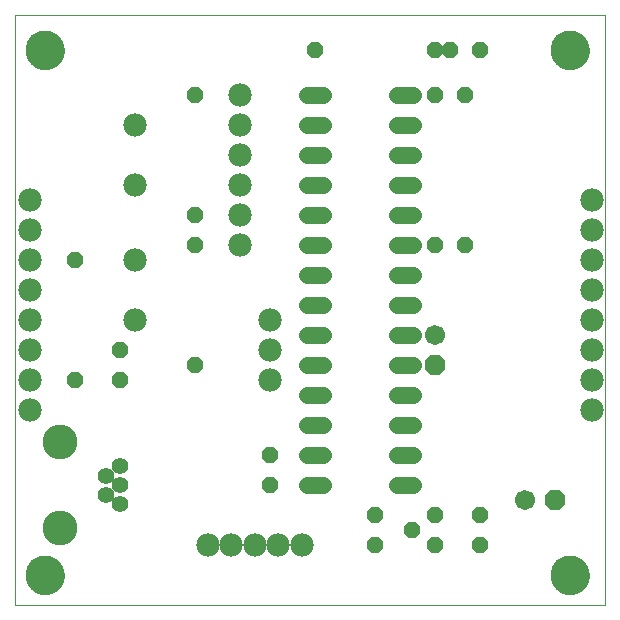
<source format=gbs>
G75*
%MOIN*%
%OFA0B0*%
%FSLAX25Y25*%
%IPPOS*%
%LPD*%
%AMOC8*
5,1,8,0,0,1.08239X$1,22.5*
%
%ADD10C,0.00000*%
%ADD11C,0.12998*%
%ADD12OC8,0.05600*%
%ADD13OC8,0.06700*%
%ADD14C,0.06700*%
%ADD15C,0.05600*%
%ADD16C,0.05550*%
%ADD17C,0.11620*%
%ADD18C,0.07800*%
D10*
X0001800Y0006800D02*
X0001800Y0203650D01*
X0198650Y0203650D01*
X0198650Y0006800D01*
X0001800Y0006800D01*
X0005501Y0016800D02*
X0005503Y0016958D01*
X0005509Y0017116D01*
X0005519Y0017274D01*
X0005533Y0017432D01*
X0005551Y0017589D01*
X0005572Y0017746D01*
X0005598Y0017902D01*
X0005628Y0018058D01*
X0005661Y0018213D01*
X0005699Y0018366D01*
X0005740Y0018519D01*
X0005785Y0018671D01*
X0005834Y0018822D01*
X0005887Y0018971D01*
X0005943Y0019119D01*
X0006003Y0019265D01*
X0006067Y0019410D01*
X0006135Y0019553D01*
X0006206Y0019695D01*
X0006280Y0019835D01*
X0006358Y0019972D01*
X0006440Y0020108D01*
X0006524Y0020242D01*
X0006613Y0020373D01*
X0006704Y0020502D01*
X0006799Y0020629D01*
X0006896Y0020754D01*
X0006997Y0020876D01*
X0007101Y0020995D01*
X0007208Y0021112D01*
X0007318Y0021226D01*
X0007431Y0021337D01*
X0007546Y0021446D01*
X0007664Y0021551D01*
X0007785Y0021653D01*
X0007908Y0021753D01*
X0008034Y0021849D01*
X0008162Y0021942D01*
X0008292Y0022032D01*
X0008425Y0022118D01*
X0008560Y0022202D01*
X0008696Y0022281D01*
X0008835Y0022358D01*
X0008976Y0022430D01*
X0009118Y0022500D01*
X0009262Y0022565D01*
X0009408Y0022627D01*
X0009555Y0022685D01*
X0009704Y0022740D01*
X0009854Y0022791D01*
X0010005Y0022838D01*
X0010157Y0022881D01*
X0010310Y0022920D01*
X0010465Y0022956D01*
X0010620Y0022987D01*
X0010776Y0023015D01*
X0010932Y0023039D01*
X0011089Y0023059D01*
X0011247Y0023075D01*
X0011404Y0023087D01*
X0011563Y0023095D01*
X0011721Y0023099D01*
X0011879Y0023099D01*
X0012037Y0023095D01*
X0012196Y0023087D01*
X0012353Y0023075D01*
X0012511Y0023059D01*
X0012668Y0023039D01*
X0012824Y0023015D01*
X0012980Y0022987D01*
X0013135Y0022956D01*
X0013290Y0022920D01*
X0013443Y0022881D01*
X0013595Y0022838D01*
X0013746Y0022791D01*
X0013896Y0022740D01*
X0014045Y0022685D01*
X0014192Y0022627D01*
X0014338Y0022565D01*
X0014482Y0022500D01*
X0014624Y0022430D01*
X0014765Y0022358D01*
X0014904Y0022281D01*
X0015040Y0022202D01*
X0015175Y0022118D01*
X0015308Y0022032D01*
X0015438Y0021942D01*
X0015566Y0021849D01*
X0015692Y0021753D01*
X0015815Y0021653D01*
X0015936Y0021551D01*
X0016054Y0021446D01*
X0016169Y0021337D01*
X0016282Y0021226D01*
X0016392Y0021112D01*
X0016499Y0020995D01*
X0016603Y0020876D01*
X0016704Y0020754D01*
X0016801Y0020629D01*
X0016896Y0020502D01*
X0016987Y0020373D01*
X0017076Y0020242D01*
X0017160Y0020108D01*
X0017242Y0019972D01*
X0017320Y0019835D01*
X0017394Y0019695D01*
X0017465Y0019553D01*
X0017533Y0019410D01*
X0017597Y0019265D01*
X0017657Y0019119D01*
X0017713Y0018971D01*
X0017766Y0018822D01*
X0017815Y0018671D01*
X0017860Y0018519D01*
X0017901Y0018366D01*
X0017939Y0018213D01*
X0017972Y0018058D01*
X0018002Y0017902D01*
X0018028Y0017746D01*
X0018049Y0017589D01*
X0018067Y0017432D01*
X0018081Y0017274D01*
X0018091Y0017116D01*
X0018097Y0016958D01*
X0018099Y0016800D01*
X0018097Y0016642D01*
X0018091Y0016484D01*
X0018081Y0016326D01*
X0018067Y0016168D01*
X0018049Y0016011D01*
X0018028Y0015854D01*
X0018002Y0015698D01*
X0017972Y0015542D01*
X0017939Y0015387D01*
X0017901Y0015234D01*
X0017860Y0015081D01*
X0017815Y0014929D01*
X0017766Y0014778D01*
X0017713Y0014629D01*
X0017657Y0014481D01*
X0017597Y0014335D01*
X0017533Y0014190D01*
X0017465Y0014047D01*
X0017394Y0013905D01*
X0017320Y0013765D01*
X0017242Y0013628D01*
X0017160Y0013492D01*
X0017076Y0013358D01*
X0016987Y0013227D01*
X0016896Y0013098D01*
X0016801Y0012971D01*
X0016704Y0012846D01*
X0016603Y0012724D01*
X0016499Y0012605D01*
X0016392Y0012488D01*
X0016282Y0012374D01*
X0016169Y0012263D01*
X0016054Y0012154D01*
X0015936Y0012049D01*
X0015815Y0011947D01*
X0015692Y0011847D01*
X0015566Y0011751D01*
X0015438Y0011658D01*
X0015308Y0011568D01*
X0015175Y0011482D01*
X0015040Y0011398D01*
X0014904Y0011319D01*
X0014765Y0011242D01*
X0014624Y0011170D01*
X0014482Y0011100D01*
X0014338Y0011035D01*
X0014192Y0010973D01*
X0014045Y0010915D01*
X0013896Y0010860D01*
X0013746Y0010809D01*
X0013595Y0010762D01*
X0013443Y0010719D01*
X0013290Y0010680D01*
X0013135Y0010644D01*
X0012980Y0010613D01*
X0012824Y0010585D01*
X0012668Y0010561D01*
X0012511Y0010541D01*
X0012353Y0010525D01*
X0012196Y0010513D01*
X0012037Y0010505D01*
X0011879Y0010501D01*
X0011721Y0010501D01*
X0011563Y0010505D01*
X0011404Y0010513D01*
X0011247Y0010525D01*
X0011089Y0010541D01*
X0010932Y0010561D01*
X0010776Y0010585D01*
X0010620Y0010613D01*
X0010465Y0010644D01*
X0010310Y0010680D01*
X0010157Y0010719D01*
X0010005Y0010762D01*
X0009854Y0010809D01*
X0009704Y0010860D01*
X0009555Y0010915D01*
X0009408Y0010973D01*
X0009262Y0011035D01*
X0009118Y0011100D01*
X0008976Y0011170D01*
X0008835Y0011242D01*
X0008696Y0011319D01*
X0008560Y0011398D01*
X0008425Y0011482D01*
X0008292Y0011568D01*
X0008162Y0011658D01*
X0008034Y0011751D01*
X0007908Y0011847D01*
X0007785Y0011947D01*
X0007664Y0012049D01*
X0007546Y0012154D01*
X0007431Y0012263D01*
X0007318Y0012374D01*
X0007208Y0012488D01*
X0007101Y0012605D01*
X0006997Y0012724D01*
X0006896Y0012846D01*
X0006799Y0012971D01*
X0006704Y0013098D01*
X0006613Y0013227D01*
X0006524Y0013358D01*
X0006440Y0013492D01*
X0006358Y0013628D01*
X0006280Y0013765D01*
X0006206Y0013905D01*
X0006135Y0014047D01*
X0006067Y0014190D01*
X0006003Y0014335D01*
X0005943Y0014481D01*
X0005887Y0014629D01*
X0005834Y0014778D01*
X0005785Y0014929D01*
X0005740Y0015081D01*
X0005699Y0015234D01*
X0005661Y0015387D01*
X0005628Y0015542D01*
X0005598Y0015698D01*
X0005572Y0015854D01*
X0005551Y0016011D01*
X0005533Y0016168D01*
X0005519Y0016326D01*
X0005509Y0016484D01*
X0005503Y0016642D01*
X0005501Y0016800D01*
X0005501Y0191800D02*
X0005503Y0191958D01*
X0005509Y0192116D01*
X0005519Y0192274D01*
X0005533Y0192432D01*
X0005551Y0192589D01*
X0005572Y0192746D01*
X0005598Y0192902D01*
X0005628Y0193058D01*
X0005661Y0193213D01*
X0005699Y0193366D01*
X0005740Y0193519D01*
X0005785Y0193671D01*
X0005834Y0193822D01*
X0005887Y0193971D01*
X0005943Y0194119D01*
X0006003Y0194265D01*
X0006067Y0194410D01*
X0006135Y0194553D01*
X0006206Y0194695D01*
X0006280Y0194835D01*
X0006358Y0194972D01*
X0006440Y0195108D01*
X0006524Y0195242D01*
X0006613Y0195373D01*
X0006704Y0195502D01*
X0006799Y0195629D01*
X0006896Y0195754D01*
X0006997Y0195876D01*
X0007101Y0195995D01*
X0007208Y0196112D01*
X0007318Y0196226D01*
X0007431Y0196337D01*
X0007546Y0196446D01*
X0007664Y0196551D01*
X0007785Y0196653D01*
X0007908Y0196753D01*
X0008034Y0196849D01*
X0008162Y0196942D01*
X0008292Y0197032D01*
X0008425Y0197118D01*
X0008560Y0197202D01*
X0008696Y0197281D01*
X0008835Y0197358D01*
X0008976Y0197430D01*
X0009118Y0197500D01*
X0009262Y0197565D01*
X0009408Y0197627D01*
X0009555Y0197685D01*
X0009704Y0197740D01*
X0009854Y0197791D01*
X0010005Y0197838D01*
X0010157Y0197881D01*
X0010310Y0197920D01*
X0010465Y0197956D01*
X0010620Y0197987D01*
X0010776Y0198015D01*
X0010932Y0198039D01*
X0011089Y0198059D01*
X0011247Y0198075D01*
X0011404Y0198087D01*
X0011563Y0198095D01*
X0011721Y0198099D01*
X0011879Y0198099D01*
X0012037Y0198095D01*
X0012196Y0198087D01*
X0012353Y0198075D01*
X0012511Y0198059D01*
X0012668Y0198039D01*
X0012824Y0198015D01*
X0012980Y0197987D01*
X0013135Y0197956D01*
X0013290Y0197920D01*
X0013443Y0197881D01*
X0013595Y0197838D01*
X0013746Y0197791D01*
X0013896Y0197740D01*
X0014045Y0197685D01*
X0014192Y0197627D01*
X0014338Y0197565D01*
X0014482Y0197500D01*
X0014624Y0197430D01*
X0014765Y0197358D01*
X0014904Y0197281D01*
X0015040Y0197202D01*
X0015175Y0197118D01*
X0015308Y0197032D01*
X0015438Y0196942D01*
X0015566Y0196849D01*
X0015692Y0196753D01*
X0015815Y0196653D01*
X0015936Y0196551D01*
X0016054Y0196446D01*
X0016169Y0196337D01*
X0016282Y0196226D01*
X0016392Y0196112D01*
X0016499Y0195995D01*
X0016603Y0195876D01*
X0016704Y0195754D01*
X0016801Y0195629D01*
X0016896Y0195502D01*
X0016987Y0195373D01*
X0017076Y0195242D01*
X0017160Y0195108D01*
X0017242Y0194972D01*
X0017320Y0194835D01*
X0017394Y0194695D01*
X0017465Y0194553D01*
X0017533Y0194410D01*
X0017597Y0194265D01*
X0017657Y0194119D01*
X0017713Y0193971D01*
X0017766Y0193822D01*
X0017815Y0193671D01*
X0017860Y0193519D01*
X0017901Y0193366D01*
X0017939Y0193213D01*
X0017972Y0193058D01*
X0018002Y0192902D01*
X0018028Y0192746D01*
X0018049Y0192589D01*
X0018067Y0192432D01*
X0018081Y0192274D01*
X0018091Y0192116D01*
X0018097Y0191958D01*
X0018099Y0191800D01*
X0018097Y0191642D01*
X0018091Y0191484D01*
X0018081Y0191326D01*
X0018067Y0191168D01*
X0018049Y0191011D01*
X0018028Y0190854D01*
X0018002Y0190698D01*
X0017972Y0190542D01*
X0017939Y0190387D01*
X0017901Y0190234D01*
X0017860Y0190081D01*
X0017815Y0189929D01*
X0017766Y0189778D01*
X0017713Y0189629D01*
X0017657Y0189481D01*
X0017597Y0189335D01*
X0017533Y0189190D01*
X0017465Y0189047D01*
X0017394Y0188905D01*
X0017320Y0188765D01*
X0017242Y0188628D01*
X0017160Y0188492D01*
X0017076Y0188358D01*
X0016987Y0188227D01*
X0016896Y0188098D01*
X0016801Y0187971D01*
X0016704Y0187846D01*
X0016603Y0187724D01*
X0016499Y0187605D01*
X0016392Y0187488D01*
X0016282Y0187374D01*
X0016169Y0187263D01*
X0016054Y0187154D01*
X0015936Y0187049D01*
X0015815Y0186947D01*
X0015692Y0186847D01*
X0015566Y0186751D01*
X0015438Y0186658D01*
X0015308Y0186568D01*
X0015175Y0186482D01*
X0015040Y0186398D01*
X0014904Y0186319D01*
X0014765Y0186242D01*
X0014624Y0186170D01*
X0014482Y0186100D01*
X0014338Y0186035D01*
X0014192Y0185973D01*
X0014045Y0185915D01*
X0013896Y0185860D01*
X0013746Y0185809D01*
X0013595Y0185762D01*
X0013443Y0185719D01*
X0013290Y0185680D01*
X0013135Y0185644D01*
X0012980Y0185613D01*
X0012824Y0185585D01*
X0012668Y0185561D01*
X0012511Y0185541D01*
X0012353Y0185525D01*
X0012196Y0185513D01*
X0012037Y0185505D01*
X0011879Y0185501D01*
X0011721Y0185501D01*
X0011563Y0185505D01*
X0011404Y0185513D01*
X0011247Y0185525D01*
X0011089Y0185541D01*
X0010932Y0185561D01*
X0010776Y0185585D01*
X0010620Y0185613D01*
X0010465Y0185644D01*
X0010310Y0185680D01*
X0010157Y0185719D01*
X0010005Y0185762D01*
X0009854Y0185809D01*
X0009704Y0185860D01*
X0009555Y0185915D01*
X0009408Y0185973D01*
X0009262Y0186035D01*
X0009118Y0186100D01*
X0008976Y0186170D01*
X0008835Y0186242D01*
X0008696Y0186319D01*
X0008560Y0186398D01*
X0008425Y0186482D01*
X0008292Y0186568D01*
X0008162Y0186658D01*
X0008034Y0186751D01*
X0007908Y0186847D01*
X0007785Y0186947D01*
X0007664Y0187049D01*
X0007546Y0187154D01*
X0007431Y0187263D01*
X0007318Y0187374D01*
X0007208Y0187488D01*
X0007101Y0187605D01*
X0006997Y0187724D01*
X0006896Y0187846D01*
X0006799Y0187971D01*
X0006704Y0188098D01*
X0006613Y0188227D01*
X0006524Y0188358D01*
X0006440Y0188492D01*
X0006358Y0188628D01*
X0006280Y0188765D01*
X0006206Y0188905D01*
X0006135Y0189047D01*
X0006067Y0189190D01*
X0006003Y0189335D01*
X0005943Y0189481D01*
X0005887Y0189629D01*
X0005834Y0189778D01*
X0005785Y0189929D01*
X0005740Y0190081D01*
X0005699Y0190234D01*
X0005661Y0190387D01*
X0005628Y0190542D01*
X0005598Y0190698D01*
X0005572Y0190854D01*
X0005551Y0191011D01*
X0005533Y0191168D01*
X0005519Y0191326D01*
X0005509Y0191484D01*
X0005503Y0191642D01*
X0005501Y0191800D01*
X0180501Y0191800D02*
X0180503Y0191958D01*
X0180509Y0192116D01*
X0180519Y0192274D01*
X0180533Y0192432D01*
X0180551Y0192589D01*
X0180572Y0192746D01*
X0180598Y0192902D01*
X0180628Y0193058D01*
X0180661Y0193213D01*
X0180699Y0193366D01*
X0180740Y0193519D01*
X0180785Y0193671D01*
X0180834Y0193822D01*
X0180887Y0193971D01*
X0180943Y0194119D01*
X0181003Y0194265D01*
X0181067Y0194410D01*
X0181135Y0194553D01*
X0181206Y0194695D01*
X0181280Y0194835D01*
X0181358Y0194972D01*
X0181440Y0195108D01*
X0181524Y0195242D01*
X0181613Y0195373D01*
X0181704Y0195502D01*
X0181799Y0195629D01*
X0181896Y0195754D01*
X0181997Y0195876D01*
X0182101Y0195995D01*
X0182208Y0196112D01*
X0182318Y0196226D01*
X0182431Y0196337D01*
X0182546Y0196446D01*
X0182664Y0196551D01*
X0182785Y0196653D01*
X0182908Y0196753D01*
X0183034Y0196849D01*
X0183162Y0196942D01*
X0183292Y0197032D01*
X0183425Y0197118D01*
X0183560Y0197202D01*
X0183696Y0197281D01*
X0183835Y0197358D01*
X0183976Y0197430D01*
X0184118Y0197500D01*
X0184262Y0197565D01*
X0184408Y0197627D01*
X0184555Y0197685D01*
X0184704Y0197740D01*
X0184854Y0197791D01*
X0185005Y0197838D01*
X0185157Y0197881D01*
X0185310Y0197920D01*
X0185465Y0197956D01*
X0185620Y0197987D01*
X0185776Y0198015D01*
X0185932Y0198039D01*
X0186089Y0198059D01*
X0186247Y0198075D01*
X0186404Y0198087D01*
X0186563Y0198095D01*
X0186721Y0198099D01*
X0186879Y0198099D01*
X0187037Y0198095D01*
X0187196Y0198087D01*
X0187353Y0198075D01*
X0187511Y0198059D01*
X0187668Y0198039D01*
X0187824Y0198015D01*
X0187980Y0197987D01*
X0188135Y0197956D01*
X0188290Y0197920D01*
X0188443Y0197881D01*
X0188595Y0197838D01*
X0188746Y0197791D01*
X0188896Y0197740D01*
X0189045Y0197685D01*
X0189192Y0197627D01*
X0189338Y0197565D01*
X0189482Y0197500D01*
X0189624Y0197430D01*
X0189765Y0197358D01*
X0189904Y0197281D01*
X0190040Y0197202D01*
X0190175Y0197118D01*
X0190308Y0197032D01*
X0190438Y0196942D01*
X0190566Y0196849D01*
X0190692Y0196753D01*
X0190815Y0196653D01*
X0190936Y0196551D01*
X0191054Y0196446D01*
X0191169Y0196337D01*
X0191282Y0196226D01*
X0191392Y0196112D01*
X0191499Y0195995D01*
X0191603Y0195876D01*
X0191704Y0195754D01*
X0191801Y0195629D01*
X0191896Y0195502D01*
X0191987Y0195373D01*
X0192076Y0195242D01*
X0192160Y0195108D01*
X0192242Y0194972D01*
X0192320Y0194835D01*
X0192394Y0194695D01*
X0192465Y0194553D01*
X0192533Y0194410D01*
X0192597Y0194265D01*
X0192657Y0194119D01*
X0192713Y0193971D01*
X0192766Y0193822D01*
X0192815Y0193671D01*
X0192860Y0193519D01*
X0192901Y0193366D01*
X0192939Y0193213D01*
X0192972Y0193058D01*
X0193002Y0192902D01*
X0193028Y0192746D01*
X0193049Y0192589D01*
X0193067Y0192432D01*
X0193081Y0192274D01*
X0193091Y0192116D01*
X0193097Y0191958D01*
X0193099Y0191800D01*
X0193097Y0191642D01*
X0193091Y0191484D01*
X0193081Y0191326D01*
X0193067Y0191168D01*
X0193049Y0191011D01*
X0193028Y0190854D01*
X0193002Y0190698D01*
X0192972Y0190542D01*
X0192939Y0190387D01*
X0192901Y0190234D01*
X0192860Y0190081D01*
X0192815Y0189929D01*
X0192766Y0189778D01*
X0192713Y0189629D01*
X0192657Y0189481D01*
X0192597Y0189335D01*
X0192533Y0189190D01*
X0192465Y0189047D01*
X0192394Y0188905D01*
X0192320Y0188765D01*
X0192242Y0188628D01*
X0192160Y0188492D01*
X0192076Y0188358D01*
X0191987Y0188227D01*
X0191896Y0188098D01*
X0191801Y0187971D01*
X0191704Y0187846D01*
X0191603Y0187724D01*
X0191499Y0187605D01*
X0191392Y0187488D01*
X0191282Y0187374D01*
X0191169Y0187263D01*
X0191054Y0187154D01*
X0190936Y0187049D01*
X0190815Y0186947D01*
X0190692Y0186847D01*
X0190566Y0186751D01*
X0190438Y0186658D01*
X0190308Y0186568D01*
X0190175Y0186482D01*
X0190040Y0186398D01*
X0189904Y0186319D01*
X0189765Y0186242D01*
X0189624Y0186170D01*
X0189482Y0186100D01*
X0189338Y0186035D01*
X0189192Y0185973D01*
X0189045Y0185915D01*
X0188896Y0185860D01*
X0188746Y0185809D01*
X0188595Y0185762D01*
X0188443Y0185719D01*
X0188290Y0185680D01*
X0188135Y0185644D01*
X0187980Y0185613D01*
X0187824Y0185585D01*
X0187668Y0185561D01*
X0187511Y0185541D01*
X0187353Y0185525D01*
X0187196Y0185513D01*
X0187037Y0185505D01*
X0186879Y0185501D01*
X0186721Y0185501D01*
X0186563Y0185505D01*
X0186404Y0185513D01*
X0186247Y0185525D01*
X0186089Y0185541D01*
X0185932Y0185561D01*
X0185776Y0185585D01*
X0185620Y0185613D01*
X0185465Y0185644D01*
X0185310Y0185680D01*
X0185157Y0185719D01*
X0185005Y0185762D01*
X0184854Y0185809D01*
X0184704Y0185860D01*
X0184555Y0185915D01*
X0184408Y0185973D01*
X0184262Y0186035D01*
X0184118Y0186100D01*
X0183976Y0186170D01*
X0183835Y0186242D01*
X0183696Y0186319D01*
X0183560Y0186398D01*
X0183425Y0186482D01*
X0183292Y0186568D01*
X0183162Y0186658D01*
X0183034Y0186751D01*
X0182908Y0186847D01*
X0182785Y0186947D01*
X0182664Y0187049D01*
X0182546Y0187154D01*
X0182431Y0187263D01*
X0182318Y0187374D01*
X0182208Y0187488D01*
X0182101Y0187605D01*
X0181997Y0187724D01*
X0181896Y0187846D01*
X0181799Y0187971D01*
X0181704Y0188098D01*
X0181613Y0188227D01*
X0181524Y0188358D01*
X0181440Y0188492D01*
X0181358Y0188628D01*
X0181280Y0188765D01*
X0181206Y0188905D01*
X0181135Y0189047D01*
X0181067Y0189190D01*
X0181003Y0189335D01*
X0180943Y0189481D01*
X0180887Y0189629D01*
X0180834Y0189778D01*
X0180785Y0189929D01*
X0180740Y0190081D01*
X0180699Y0190234D01*
X0180661Y0190387D01*
X0180628Y0190542D01*
X0180598Y0190698D01*
X0180572Y0190854D01*
X0180551Y0191011D01*
X0180533Y0191168D01*
X0180519Y0191326D01*
X0180509Y0191484D01*
X0180503Y0191642D01*
X0180501Y0191800D01*
X0180501Y0016800D02*
X0180503Y0016958D01*
X0180509Y0017116D01*
X0180519Y0017274D01*
X0180533Y0017432D01*
X0180551Y0017589D01*
X0180572Y0017746D01*
X0180598Y0017902D01*
X0180628Y0018058D01*
X0180661Y0018213D01*
X0180699Y0018366D01*
X0180740Y0018519D01*
X0180785Y0018671D01*
X0180834Y0018822D01*
X0180887Y0018971D01*
X0180943Y0019119D01*
X0181003Y0019265D01*
X0181067Y0019410D01*
X0181135Y0019553D01*
X0181206Y0019695D01*
X0181280Y0019835D01*
X0181358Y0019972D01*
X0181440Y0020108D01*
X0181524Y0020242D01*
X0181613Y0020373D01*
X0181704Y0020502D01*
X0181799Y0020629D01*
X0181896Y0020754D01*
X0181997Y0020876D01*
X0182101Y0020995D01*
X0182208Y0021112D01*
X0182318Y0021226D01*
X0182431Y0021337D01*
X0182546Y0021446D01*
X0182664Y0021551D01*
X0182785Y0021653D01*
X0182908Y0021753D01*
X0183034Y0021849D01*
X0183162Y0021942D01*
X0183292Y0022032D01*
X0183425Y0022118D01*
X0183560Y0022202D01*
X0183696Y0022281D01*
X0183835Y0022358D01*
X0183976Y0022430D01*
X0184118Y0022500D01*
X0184262Y0022565D01*
X0184408Y0022627D01*
X0184555Y0022685D01*
X0184704Y0022740D01*
X0184854Y0022791D01*
X0185005Y0022838D01*
X0185157Y0022881D01*
X0185310Y0022920D01*
X0185465Y0022956D01*
X0185620Y0022987D01*
X0185776Y0023015D01*
X0185932Y0023039D01*
X0186089Y0023059D01*
X0186247Y0023075D01*
X0186404Y0023087D01*
X0186563Y0023095D01*
X0186721Y0023099D01*
X0186879Y0023099D01*
X0187037Y0023095D01*
X0187196Y0023087D01*
X0187353Y0023075D01*
X0187511Y0023059D01*
X0187668Y0023039D01*
X0187824Y0023015D01*
X0187980Y0022987D01*
X0188135Y0022956D01*
X0188290Y0022920D01*
X0188443Y0022881D01*
X0188595Y0022838D01*
X0188746Y0022791D01*
X0188896Y0022740D01*
X0189045Y0022685D01*
X0189192Y0022627D01*
X0189338Y0022565D01*
X0189482Y0022500D01*
X0189624Y0022430D01*
X0189765Y0022358D01*
X0189904Y0022281D01*
X0190040Y0022202D01*
X0190175Y0022118D01*
X0190308Y0022032D01*
X0190438Y0021942D01*
X0190566Y0021849D01*
X0190692Y0021753D01*
X0190815Y0021653D01*
X0190936Y0021551D01*
X0191054Y0021446D01*
X0191169Y0021337D01*
X0191282Y0021226D01*
X0191392Y0021112D01*
X0191499Y0020995D01*
X0191603Y0020876D01*
X0191704Y0020754D01*
X0191801Y0020629D01*
X0191896Y0020502D01*
X0191987Y0020373D01*
X0192076Y0020242D01*
X0192160Y0020108D01*
X0192242Y0019972D01*
X0192320Y0019835D01*
X0192394Y0019695D01*
X0192465Y0019553D01*
X0192533Y0019410D01*
X0192597Y0019265D01*
X0192657Y0019119D01*
X0192713Y0018971D01*
X0192766Y0018822D01*
X0192815Y0018671D01*
X0192860Y0018519D01*
X0192901Y0018366D01*
X0192939Y0018213D01*
X0192972Y0018058D01*
X0193002Y0017902D01*
X0193028Y0017746D01*
X0193049Y0017589D01*
X0193067Y0017432D01*
X0193081Y0017274D01*
X0193091Y0017116D01*
X0193097Y0016958D01*
X0193099Y0016800D01*
X0193097Y0016642D01*
X0193091Y0016484D01*
X0193081Y0016326D01*
X0193067Y0016168D01*
X0193049Y0016011D01*
X0193028Y0015854D01*
X0193002Y0015698D01*
X0192972Y0015542D01*
X0192939Y0015387D01*
X0192901Y0015234D01*
X0192860Y0015081D01*
X0192815Y0014929D01*
X0192766Y0014778D01*
X0192713Y0014629D01*
X0192657Y0014481D01*
X0192597Y0014335D01*
X0192533Y0014190D01*
X0192465Y0014047D01*
X0192394Y0013905D01*
X0192320Y0013765D01*
X0192242Y0013628D01*
X0192160Y0013492D01*
X0192076Y0013358D01*
X0191987Y0013227D01*
X0191896Y0013098D01*
X0191801Y0012971D01*
X0191704Y0012846D01*
X0191603Y0012724D01*
X0191499Y0012605D01*
X0191392Y0012488D01*
X0191282Y0012374D01*
X0191169Y0012263D01*
X0191054Y0012154D01*
X0190936Y0012049D01*
X0190815Y0011947D01*
X0190692Y0011847D01*
X0190566Y0011751D01*
X0190438Y0011658D01*
X0190308Y0011568D01*
X0190175Y0011482D01*
X0190040Y0011398D01*
X0189904Y0011319D01*
X0189765Y0011242D01*
X0189624Y0011170D01*
X0189482Y0011100D01*
X0189338Y0011035D01*
X0189192Y0010973D01*
X0189045Y0010915D01*
X0188896Y0010860D01*
X0188746Y0010809D01*
X0188595Y0010762D01*
X0188443Y0010719D01*
X0188290Y0010680D01*
X0188135Y0010644D01*
X0187980Y0010613D01*
X0187824Y0010585D01*
X0187668Y0010561D01*
X0187511Y0010541D01*
X0187353Y0010525D01*
X0187196Y0010513D01*
X0187037Y0010505D01*
X0186879Y0010501D01*
X0186721Y0010501D01*
X0186563Y0010505D01*
X0186404Y0010513D01*
X0186247Y0010525D01*
X0186089Y0010541D01*
X0185932Y0010561D01*
X0185776Y0010585D01*
X0185620Y0010613D01*
X0185465Y0010644D01*
X0185310Y0010680D01*
X0185157Y0010719D01*
X0185005Y0010762D01*
X0184854Y0010809D01*
X0184704Y0010860D01*
X0184555Y0010915D01*
X0184408Y0010973D01*
X0184262Y0011035D01*
X0184118Y0011100D01*
X0183976Y0011170D01*
X0183835Y0011242D01*
X0183696Y0011319D01*
X0183560Y0011398D01*
X0183425Y0011482D01*
X0183292Y0011568D01*
X0183162Y0011658D01*
X0183034Y0011751D01*
X0182908Y0011847D01*
X0182785Y0011947D01*
X0182664Y0012049D01*
X0182546Y0012154D01*
X0182431Y0012263D01*
X0182318Y0012374D01*
X0182208Y0012488D01*
X0182101Y0012605D01*
X0181997Y0012724D01*
X0181896Y0012846D01*
X0181799Y0012971D01*
X0181704Y0013098D01*
X0181613Y0013227D01*
X0181524Y0013358D01*
X0181440Y0013492D01*
X0181358Y0013628D01*
X0181280Y0013765D01*
X0181206Y0013905D01*
X0181135Y0014047D01*
X0181067Y0014190D01*
X0181003Y0014335D01*
X0180943Y0014481D01*
X0180887Y0014629D01*
X0180834Y0014778D01*
X0180785Y0014929D01*
X0180740Y0015081D01*
X0180699Y0015234D01*
X0180661Y0015387D01*
X0180628Y0015542D01*
X0180598Y0015698D01*
X0180572Y0015854D01*
X0180551Y0016011D01*
X0180533Y0016168D01*
X0180519Y0016326D01*
X0180509Y0016484D01*
X0180503Y0016642D01*
X0180501Y0016800D01*
D11*
X0186800Y0016800D03*
X0186800Y0191800D03*
X0011800Y0191800D03*
X0011800Y0016800D03*
D12*
X0021800Y0081800D03*
X0036800Y0081800D03*
X0036800Y0091800D03*
X0061800Y0086800D03*
X0086800Y0056800D03*
X0086800Y0046800D03*
X0121800Y0036800D03*
X0121800Y0026800D03*
X0134300Y0031800D03*
X0141800Y0026800D03*
X0141800Y0036800D03*
X0156800Y0036800D03*
X0156800Y0026800D03*
X0151800Y0126800D03*
X0141800Y0126800D03*
X0141800Y0176800D03*
X0151800Y0176800D03*
X0146800Y0191800D03*
X0141800Y0191800D03*
X0156800Y0191800D03*
X0101800Y0191800D03*
X0061800Y0176800D03*
X0061800Y0136800D03*
X0061800Y0126800D03*
X0021800Y0121800D03*
D13*
X0141800Y0086800D03*
X0181800Y0041800D03*
D14*
X0171800Y0041800D03*
X0141800Y0096800D03*
D15*
X0134400Y0096800D02*
X0129200Y0096800D01*
X0129200Y0086800D02*
X0134400Y0086800D01*
X0134400Y0076800D02*
X0129200Y0076800D01*
X0129200Y0066800D02*
X0134400Y0066800D01*
X0134400Y0056800D02*
X0129200Y0056800D01*
X0129200Y0046800D02*
X0134400Y0046800D01*
X0104400Y0046800D02*
X0099200Y0046800D01*
X0099200Y0056800D02*
X0104400Y0056800D01*
X0104400Y0066800D02*
X0099200Y0066800D01*
X0099200Y0076800D02*
X0104400Y0076800D01*
X0104400Y0086800D02*
X0099200Y0086800D01*
X0099200Y0096800D02*
X0104400Y0096800D01*
X0104400Y0106800D02*
X0099200Y0106800D01*
X0099200Y0116800D02*
X0104400Y0116800D01*
X0104400Y0126800D02*
X0099200Y0126800D01*
X0099200Y0136800D02*
X0104400Y0136800D01*
X0104400Y0146800D02*
X0099200Y0146800D01*
X0099200Y0156800D02*
X0104400Y0156800D01*
X0104400Y0166800D02*
X0099200Y0166800D01*
X0099200Y0176800D02*
X0104400Y0176800D01*
X0129200Y0176800D02*
X0134400Y0176800D01*
X0134400Y0166800D02*
X0129200Y0166800D01*
X0129200Y0156800D02*
X0134400Y0156800D01*
X0134400Y0146800D02*
X0129200Y0146800D01*
X0129200Y0136800D02*
X0134400Y0136800D01*
X0134400Y0126800D02*
X0129200Y0126800D01*
X0129200Y0116800D02*
X0134400Y0116800D01*
X0134400Y0106800D02*
X0129200Y0106800D01*
D16*
X0036879Y0053099D03*
X0032154Y0049950D03*
X0036879Y0046800D03*
X0032154Y0043650D03*
X0036879Y0040501D03*
D17*
X0016800Y0032430D03*
X0016800Y0061170D03*
D18*
X0006800Y0071800D03*
X0006800Y0081800D03*
X0006800Y0091800D03*
X0006800Y0101800D03*
X0006800Y0111800D03*
X0006800Y0121800D03*
X0006800Y0131800D03*
X0006800Y0141800D03*
X0041800Y0146800D03*
X0041800Y0166800D03*
X0076800Y0166800D03*
X0076800Y0156800D03*
X0076800Y0146800D03*
X0076800Y0136800D03*
X0076800Y0126800D03*
X0086800Y0101800D03*
X0086800Y0091800D03*
X0086800Y0081800D03*
X0041800Y0101800D03*
X0041800Y0121800D03*
X0076800Y0176800D03*
X0194300Y0141800D03*
X0194300Y0131800D03*
X0194300Y0121800D03*
X0194300Y0111800D03*
X0194300Y0101800D03*
X0194300Y0091800D03*
X0194300Y0081800D03*
X0194300Y0071800D03*
X0097548Y0026800D03*
X0089674Y0026800D03*
X0081800Y0026800D03*
X0073926Y0026800D03*
X0066052Y0026800D03*
M02*

</source>
